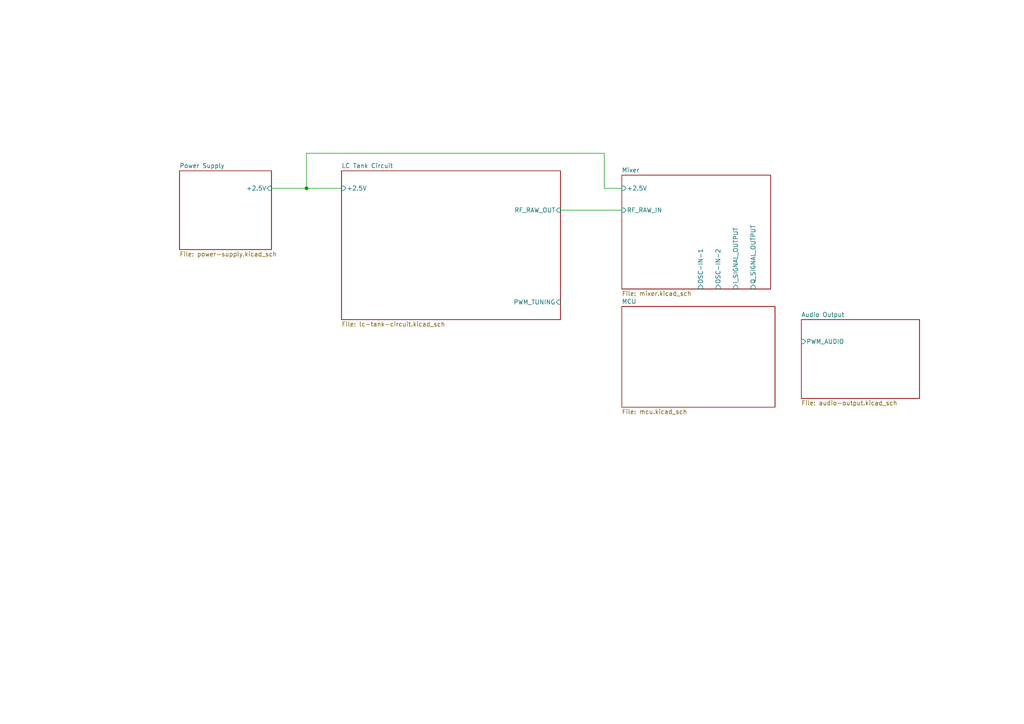
<source format=kicad_sch>
(kicad_sch
	(version 20250114)
	(generator "eeschema")
	(generator_version "9.0")
	(uuid "7df00c60-b27b-47e9-9d2f-0d6aec1b4a33")
	(paper "A4")
	(lib_symbols)
	(junction
		(at 88.9 54.61)
		(diameter 0)
		(color 0 0 0 0)
		(uuid "801e65a0-a0f1-4a66-b8ad-9209a09eb292")
	)
	(wire
		(pts
			(xy 175.26 44.45) (xy 175.26 54.61)
		)
		(stroke
			(width 0)
			(type default)
		)
		(uuid "15f2dc95-4927-407c-872a-170115e7dd04")
	)
	(wire
		(pts
			(xy 175.26 54.61) (xy 180.34 54.61)
		)
		(stroke
			(width 0)
			(type default)
		)
		(uuid "2aa9a12e-dfac-474d-b58e-44e23a753769")
	)
	(wire
		(pts
			(xy 88.9 54.61) (xy 88.9 44.45)
		)
		(stroke
			(width 0)
			(type default)
		)
		(uuid "2f170838-e2be-4379-aef3-cd26b0e7d389")
	)
	(wire
		(pts
			(xy 162.56 60.96) (xy 180.34 60.96)
		)
		(stroke
			(width 0)
			(type default)
		)
		(uuid "3752b586-d565-4106-a88b-7d3d7b079699")
	)
	(wire
		(pts
			(xy 88.9 54.61) (xy 99.06 54.61)
		)
		(stroke
			(width 0)
			(type default)
		)
		(uuid "6ed57b59-e27c-46d8-a3fc-cf2436056cb3")
	)
	(wire
		(pts
			(xy 78.74 54.61) (xy 88.9 54.61)
		)
		(stroke
			(width 0)
			(type default)
		)
		(uuid "83af6e80-b0ac-483a-96a4-ac5f3bebd209")
	)
	(wire
		(pts
			(xy 88.9 44.45) (xy 175.26 44.45)
		)
		(stroke
			(width 0)
			(type default)
		)
		(uuid "cda358db-19c9-4653-9611-7c7dfeeaecf8")
	)
	(sheet
		(at 180.34 50.8)
		(size 43.18 33.02)
		(exclude_from_sim no)
		(in_bom yes)
		(on_board yes)
		(dnp no)
		(fields_autoplaced yes)
		(stroke
			(width 0.1524)
			(type solid)
		)
		(fill
			(color 0 0 0 0.0000)
		)
		(uuid "1fee5689-c3d1-4b5d-a2d6-da92180c3d77")
		(property "Sheetname" "Mixer"
			(at 180.34 50.0884 0)
			(effects
				(font
					(size 1.27 1.27)
				)
				(justify left bottom)
			)
		)
		(property "Sheetfile" "mixer.kicad_sch"
			(at 180.34 84.4046 0)
			(effects
				(font
					(size 1.27 1.27)
				)
				(justify left top)
			)
		)
		(pin "Q_SIGNAL_OUTPUT" input
			(at 218.44 83.82 270)
			(uuid "94a54c00-91c3-4b83-b10b-b3b81c485725")
			(effects
				(font
					(size 1.27 1.27)
				)
				(justify left)
			)
		)
		(pin "+2.5V" input
			(at 180.34 54.61 180)
			(uuid "f28fcf22-6de4-428c-bcb5-df1dfceedb6d")
			(effects
				(font
					(size 1.27 1.27)
				)
				(justify left)
			)
		)
		(pin "OSC-IN-2" input
			(at 208.28 83.82 270)
			(uuid "da7a1e8b-57f0-4b68-80ab-5ab4d3541cda")
			(effects
				(font
					(size 1.27 1.27)
				)
				(justify left)
			)
		)
		(pin "RF_RAW_IN" input
			(at 180.34 60.96 180)
			(uuid "db5730eb-1a14-42df-a33f-982a2a4dffe5")
			(effects
				(font
					(size 1.27 1.27)
				)
				(justify left)
			)
		)
		(pin "OSC-IN-1" input
			(at 203.2 83.82 270)
			(uuid "38a3cd25-902b-4027-b144-7671c8fd6156")
			(effects
				(font
					(size 1.27 1.27)
				)
				(justify left)
			)
		)
		(pin "I_SIGNAL_OUTPUT" input
			(at 213.36 83.82 270)
			(uuid "86a62fac-7055-4df8-bb6c-bfe30237b509")
			(effects
				(font
					(size 1.27 1.27)
				)
				(justify left)
			)
		)
		(instances
			(project "projekt-am"
				(path "/7df00c60-b27b-47e9-9d2f-0d6aec1b4a33"
					(page "4")
				)
			)
		)
	)
	(sheet
		(at 180.34 88.9)
		(size 44.45 29.21)
		(exclude_from_sim no)
		(in_bom yes)
		(on_board yes)
		(dnp no)
		(fields_autoplaced yes)
		(stroke
			(width 0.1524)
			(type solid)
		)
		(fill
			(color 0 0 0 0.0000)
		)
		(uuid "87c2a97f-7e2c-4d23-9a82-6762bca69e9f")
		(property "Sheetname" "MCU"
			(at 180.34 88.1884 0)
			(effects
				(font
					(size 1.27 1.27)
				)
				(justify left bottom)
			)
		)
		(property "Sheetfile" "mcu.kicad_sch"
			(at 180.34 118.6946 0)
			(effects
				(font
					(size 1.27 1.27)
				)
				(justify left top)
			)
		)
		(instances
			(project "projekt-am"
				(path "/7df00c60-b27b-47e9-9d2f-0d6aec1b4a33"
					(page "6")
				)
			)
		)
	)
	(sheet
		(at 232.41 92.71)
		(size 34.29 22.86)
		(exclude_from_sim no)
		(in_bom yes)
		(on_board yes)
		(dnp no)
		(fields_autoplaced yes)
		(stroke
			(width 0.1524)
			(type solid)
		)
		(fill
			(color 0 0 0 0.0000)
		)
		(uuid "b748653b-2067-46e2-bb9a-2f71cd3b982b")
		(property "Sheetname" "Audio Output"
			(at 232.41 91.9984 0)
			(effects
				(font
					(size 1.27 1.27)
				)
				(justify left bottom)
			)
		)
		(property "Sheetfile" "audio-output.kicad_sch"
			(at 232.41 116.1546 0)
			(effects
				(font
					(size 1.27 1.27)
				)
				(justify left top)
			)
		)
		(pin "PWM_AUDIO" input
			(at 232.41 99.06 180)
			(uuid "e3a7e2f8-b36c-462a-b991-0a3cf6b3efa4")
			(effects
				(font
					(size 1.27 1.27)
				)
				(justify left)
			)
		)
		(instances
			(project "projekt-am"
				(path "/7df00c60-b27b-47e9-9d2f-0d6aec1b4a33"
					(page "5")
				)
			)
		)
	)
	(sheet
		(at 52.07 49.53)
		(size 26.67 22.86)
		(exclude_from_sim no)
		(in_bom yes)
		(on_board yes)
		(dnp no)
		(fields_autoplaced yes)
		(stroke
			(width 0.1524)
			(type solid)
		)
		(fill
			(color 0 0 0 0.0000)
		)
		(uuid "c6ca452b-aef1-427c-9a2c-166e3ee6ee83")
		(property "Sheetname" "Power Supply"
			(at 52.07 48.8184 0)
			(effects
				(font
					(size 1.27 1.27)
				)
				(justify left bottom)
			)
		)
		(property "Sheetfile" "power-supply.kicad_sch"
			(at 52.07 72.9746 0)
			(effects
				(font
					(size 1.27 1.27)
				)
				(justify left top)
			)
		)
		(pin "+2.5V" input
			(at 78.74 54.61 0)
			(uuid "83cf5ab1-0503-40b5-a51c-4f89ae7830b1")
			(effects
				(font
					(size 1.27 1.27)
				)
				(justify right)
			)
		)
		(instances
			(project "projekt-am"
				(path "/7df00c60-b27b-47e9-9d2f-0d6aec1b4a33"
					(page "2")
				)
			)
		)
	)
	(sheet
		(at 99.06 49.53)
		(size 63.5 43.18)
		(exclude_from_sim no)
		(in_bom yes)
		(on_board yes)
		(dnp no)
		(fields_autoplaced yes)
		(stroke
			(width 0.1524)
			(type solid)
		)
		(fill
			(color 0 0 0 0.0000)
		)
		(uuid "c6fe5e6b-29cd-4e37-8519-ecce5d615ac4")
		(property "Sheetname" "LC Tank Circuit"
			(at 99.06 48.8184 0)
			(effects
				(font
					(size 1.27 1.27)
				)
				(justify left bottom)
			)
		)
		(property "Sheetfile" "lc-tank-circuit.kicad_sch"
			(at 99.06 93.2946 0)
			(effects
				(font
					(size 1.27 1.27)
				)
				(justify left top)
			)
		)
		(pin "PWM_TUNING" input
			(at 162.56 87.63 0)
			(uuid "972a4717-8cb0-4613-9a81-6dfef34e3662")
			(effects
				(font
					(size 1.27 1.27)
				)
				(justify right)
			)
		)
		(pin "RF_RAW_OUT" input
			(at 162.56 60.96 0)
			(uuid "54a25fe5-883f-440c-8a66-87eb0e17a339")
			(effects
				(font
					(size 1.27 1.27)
				)
				(justify right)
			)
		)
		(pin "+2.5V" input
			(at 99.06 54.61 180)
			(uuid "d1df4fcb-5a20-451e-811f-18afd5624930")
			(effects
				(font
					(size 1.27 1.27)
				)
				(justify left)
			)
		)
		(instances
			(project "projekt-am"
				(path "/7df00c60-b27b-47e9-9d2f-0d6aec1b4a33"
					(page "3")
				)
			)
		)
	)
	(sheet_instances
		(path "/"
			(page "1")
		)
	)
	(embedded_fonts no)
)

</source>
